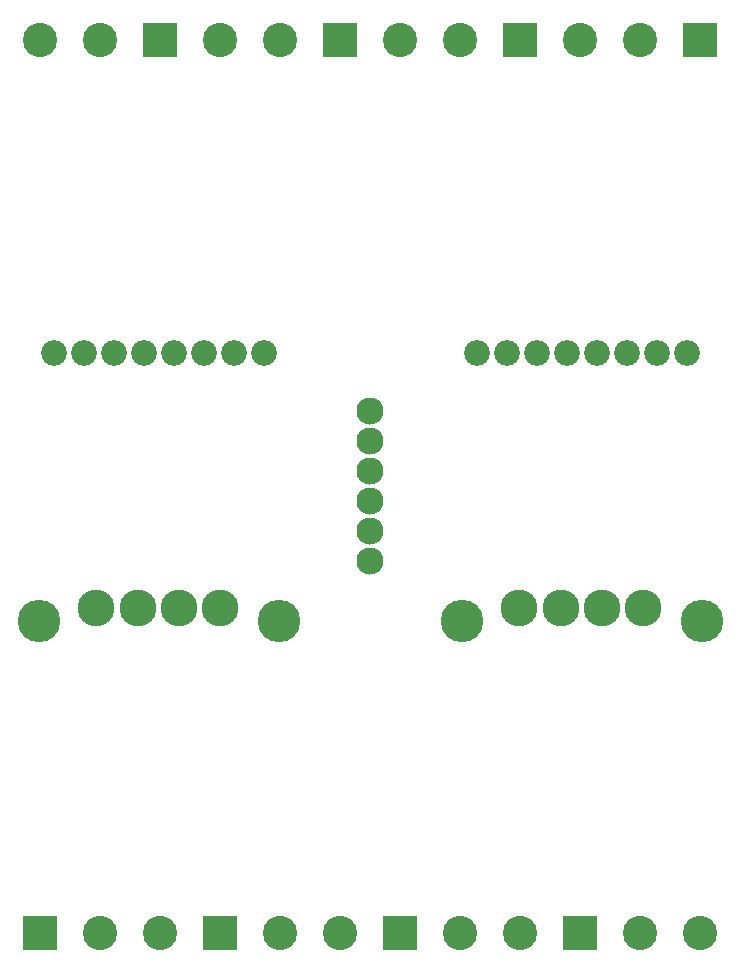
<source format=gts>
G04 #@! TF.FileFunction,Soldermask,Top*
%FSLAX46Y46*%
G04 Gerber Fmt 4.6, Leading zero omitted, Abs format (unit mm)*
G04 Created by KiCad (PCBNEW 4.0.6) date 06/12/17 11:19:09*
%MOMM*%
%LPD*%
G01*
G04 APERTURE LIST*
%ADD10C,0.100000*%
%ADD11R,2.900000X2.900000*%
%ADD12C,2.900000*%
%ADD13C,3.600400*%
%ADD14C,2.178000*%
%ADD15C,3.117800*%
%ADD16C,2.300000*%
G04 APERTURE END LIST*
D10*
D11*
X139700000Y-56700000D03*
D12*
X134620000Y-56700000D03*
X129540000Y-56700000D03*
D11*
X124460000Y-56700000D03*
D12*
X119380000Y-56700000D03*
X114300000Y-56700000D03*
D11*
X109220000Y-56700000D03*
D12*
X104140000Y-56700000D03*
X99060000Y-56700000D03*
D11*
X93980000Y-56700000D03*
D12*
X88900000Y-56700000D03*
X83820000Y-56700000D03*
D11*
X83820000Y-132300000D03*
D12*
X88900000Y-132300000D03*
X93980000Y-132300000D03*
D11*
X99060000Y-132300000D03*
D12*
X104140000Y-132300000D03*
X109220000Y-132300000D03*
D11*
X114300000Y-132300000D03*
D12*
X119380000Y-132300000D03*
X124460000Y-132300000D03*
D11*
X129540000Y-132300000D03*
D12*
X134620000Y-132300000D03*
X139700000Y-132300000D03*
D13*
X139827000Y-105930000D03*
X119507000Y-105930000D03*
D14*
X138557000Y-83197000D03*
X136017000Y-83197000D03*
X133477000Y-83197000D03*
X130937000Y-83197000D03*
X128397000Y-83197000D03*
X125857000Y-83197000D03*
X123317000Y-83197000D03*
X120777000Y-83197000D03*
D15*
X124360940Y-104787000D03*
X127861060Y-104787000D03*
X131345940Y-104787000D03*
X134846060Y-104787000D03*
D13*
X104013000Y-105930000D03*
X83693000Y-105930000D03*
D14*
X102743000Y-83197000D03*
X100203000Y-83197000D03*
X97663000Y-83197000D03*
X95123000Y-83197000D03*
X92583000Y-83197000D03*
X90043000Y-83197000D03*
X87503000Y-83197000D03*
X84963000Y-83197000D03*
D15*
X88546940Y-104787000D03*
X92047060Y-104787000D03*
X95531940Y-104787000D03*
X99032060Y-104787000D03*
D16*
X111760000Y-100850000D03*
X111760000Y-98310000D03*
X111760000Y-95770000D03*
X111760000Y-93230000D03*
X111760000Y-90690000D03*
X111760000Y-88150000D03*
M02*

</source>
